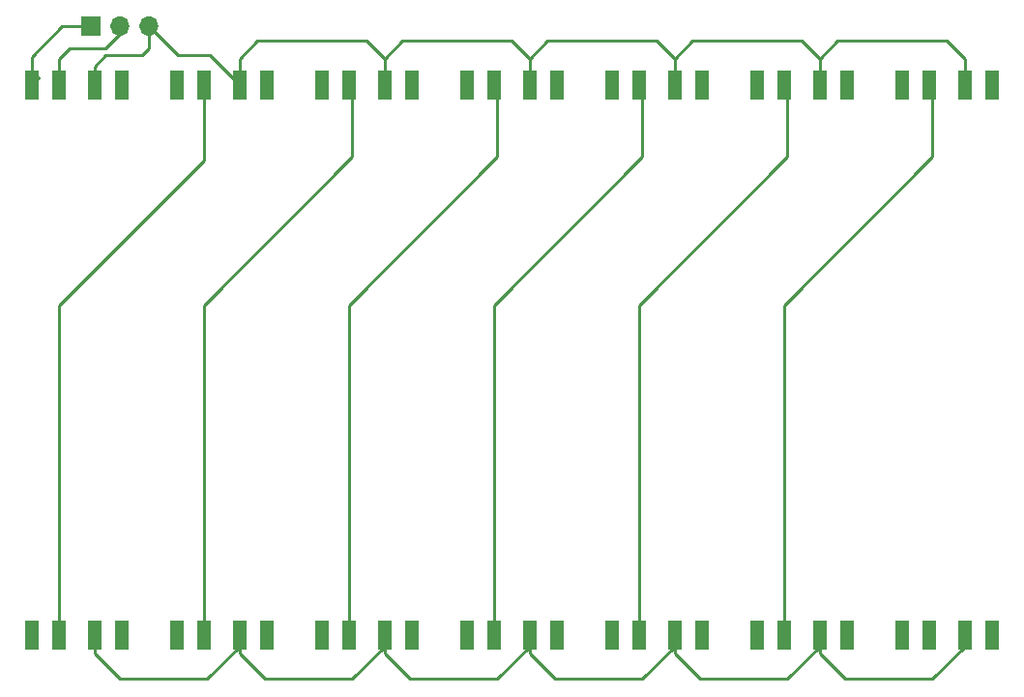
<source format=gbr>
%TF.GenerationSoftware,KiCad,Pcbnew,(6.0.1)*%
%TF.CreationDate,2022-07-14T17:05:26-04:00*%
%TF.ProjectId,Adafruit_NeoPixel_bar,41646166-7275-4697-945f-4e656f506978,rev?*%
%TF.SameCoordinates,Original*%
%TF.FileFunction,Copper,L1,Top*%
%TF.FilePolarity,Positive*%
%FSLAX46Y46*%
G04 Gerber Fmt 4.6, Leading zero omitted, Abs format (unit mm)*
G04 Created by KiCad (PCBNEW (6.0.1)) date 2022-07-14 17:05:26*
%MOMM*%
%LPD*%
G01*
G04 APERTURE LIST*
%TA.AperFunction,ComponentPad*%
%ADD10R,1.270000X2.540000*%
%TD*%
%TA.AperFunction,ComponentPad*%
%ADD11R,1.700000X1.700000*%
%TD*%
%TA.AperFunction,ComponentPad*%
%ADD12O,1.700000X1.700000*%
%TD*%
%TA.AperFunction,Conductor*%
%ADD13C,0.250000*%
%TD*%
%TA.AperFunction,Conductor*%
%ADD14C,0.254000*%
%TD*%
G04 APERTURE END LIST*
D10*
%TO.P,U1,5VDC,5VDC*%
%TO.N,+5V*%
X54890000Y-118110000D03*
X54890000Y-69900000D03*
%TO.P,U1,DIN,DIN*%
%TO.N,Net-(J1-Pad2)*%
X51790000Y-69900000D03*
%TO.P,U1,DOUT,DOUT*%
%TO.N,Net-(U1-PadDOUT)*%
X51790000Y-118110000D03*
%TO.P,U1,GND,GND*%
%TO.N,GND*%
X49403000Y-69900000D03*
X49403000Y-118060000D03*
X57277000Y-69900000D03*
X57313000Y-118110000D03*
%TD*%
%TO.P,U2,5VDC,5VDC*%
%TO.N,+5V*%
X67590000Y-69900000D03*
X67590000Y-118110000D03*
%TO.P,U2,DIN,DIN*%
%TO.N,Net-(U1-PadDOUT)*%
X64490000Y-69900000D03*
%TO.P,U2,DOUT,DOUT*%
%TO.N,Net-(U2-PadDOUT)*%
X64490000Y-118110000D03*
%TO.P,U2,GND,GND*%
%TO.N,GND*%
X69977000Y-69900000D03*
X70013000Y-118110000D03*
X62103000Y-118060000D03*
X62103000Y-69900000D03*
%TD*%
%TO.P,U7,5VDC,5VDC*%
%TO.N,+5V*%
X131090000Y-69900000D03*
X131090000Y-118110000D03*
%TO.P,U7,DIN,DIN*%
%TO.N,Net-(U6-PadDOUT)*%
X127990000Y-69900000D03*
%TO.P,U7,DOUT,DOUT*%
%TO.N,unconnected-(U7-PadDOUT)*%
X127990000Y-118110000D03*
%TO.P,U7,GND,GND*%
%TO.N,GND*%
X125603000Y-118060000D03*
X125603000Y-69900000D03*
X133513000Y-118110000D03*
X133477000Y-69900000D03*
%TD*%
D11*
%TO.P,J1,1,Pin_1*%
%TO.N,GND*%
X54625000Y-64770000D03*
D12*
%TO.P,J1,2,Pin_2*%
%TO.N,Net-(J1-Pad2)*%
X57165000Y-64770000D03*
%TO.P,J1,3,Pin_3*%
%TO.N,+5V*%
X59705000Y-64770000D03*
%TD*%
D10*
%TO.P,U6,5VDC,5VDC*%
%TO.N,+5V*%
X118390000Y-69900000D03*
X118390000Y-118110000D03*
%TO.P,U6,DIN,DIN*%
%TO.N,Net-(U5-PadDOUT)*%
X115290000Y-69900000D03*
%TO.P,U6,DOUT,DOUT*%
%TO.N,Net-(U6-PadDOUT)*%
X115290000Y-118110000D03*
%TO.P,U6,GND,GND*%
%TO.N,GND*%
X120777000Y-69900000D03*
X112903000Y-69900000D03*
X112903000Y-118060000D03*
X120813000Y-118110000D03*
%TD*%
%TO.P,U3,5VDC,5VDC*%
%TO.N,+5V*%
X80290000Y-69900000D03*
X80290000Y-118110000D03*
%TO.P,U3,DIN,DIN*%
%TO.N,Net-(U2-PadDOUT)*%
X77190000Y-69900000D03*
%TO.P,U3,DOUT,DOUT*%
%TO.N,Net-(U3-PadDOUT)*%
X77190000Y-118110000D03*
%TO.P,U3,GND,GND*%
%TO.N,GND*%
X82677000Y-69900000D03*
X74803000Y-118060000D03*
X74803000Y-69900000D03*
X82713000Y-118110000D03*
%TD*%
%TO.P,U4,5VDC,5VDC*%
%TO.N,+5V*%
X92990000Y-69900000D03*
X92990000Y-118110000D03*
%TO.P,U4,DIN,DIN*%
%TO.N,Net-(U3-PadDOUT)*%
X89890000Y-69900000D03*
%TO.P,U4,DOUT,DOUT*%
%TO.N,Net-(U4-PadDOUT)*%
X89890000Y-118110000D03*
%TO.P,U4,GND,GND*%
%TO.N,GND*%
X95413000Y-118110000D03*
X95377000Y-69900000D03*
X87503000Y-69900000D03*
X87503000Y-118060000D03*
%TD*%
%TO.P,U5,5VDC,5VDC*%
%TO.N,+5V*%
X105690000Y-69900000D03*
X105690000Y-118110000D03*
%TO.P,U5,DIN,DIN*%
%TO.N,Net-(U4-PadDOUT)*%
X102590000Y-69900000D03*
%TO.P,U5,DOUT,DOUT*%
%TO.N,Net-(U5-PadDOUT)*%
X102590000Y-118110000D03*
%TO.P,U5,GND,GND*%
%TO.N,GND*%
X100203000Y-69900000D03*
X108113000Y-118110000D03*
X108077000Y-69900000D03*
X100203000Y-118060000D03*
%TD*%
D13*
%TO.N,GND*%
X49403000Y-67437000D02*
X49403000Y-69900000D01*
X52070000Y-64770000D02*
X49403000Y-67437000D01*
X54625000Y-64770000D02*
X52070000Y-64770000D01*
D14*
X50053000Y-69250000D02*
X49403000Y-69900000D01*
D13*
%TO.N,Net-(J1-Pad2)*%
X57165000Y-65390000D02*
X57165000Y-64770000D01*
X51790000Y-67590000D02*
X52705000Y-66675000D01*
X51790000Y-69900000D02*
X51790000Y-67590000D01*
X52705000Y-66675000D02*
X55880000Y-66675000D01*
X55880000Y-66675000D02*
X57165000Y-65390000D01*
D14*
%TO.N,+5V*%
X64770000Y-121920000D02*
X67590000Y-119100000D01*
X119940000Y-66040000D02*
X129540000Y-66040000D01*
X80290000Y-119660000D02*
X82550000Y-121920000D01*
X131090000Y-119100000D02*
X131090000Y-118110000D01*
X118390000Y-119660000D02*
X120650000Y-121920000D01*
X107950000Y-121920000D02*
X115570000Y-121920000D01*
X69140000Y-66040000D02*
X78740000Y-66040000D01*
X128270000Y-121920000D02*
X131090000Y-119100000D01*
X65000000Y-67310000D02*
X67590000Y-69900000D01*
X82550000Y-121920000D02*
X90170000Y-121920000D01*
X67590000Y-119660000D02*
X69850000Y-121920000D01*
X95250000Y-121920000D02*
X102870000Y-121920000D01*
X105690000Y-67590000D02*
X107240000Y-66040000D01*
X120650000Y-121920000D02*
X128270000Y-121920000D01*
X94540000Y-66040000D02*
X104140000Y-66040000D01*
X67590000Y-67590000D02*
X69140000Y-66040000D01*
X55880000Y-67310000D02*
X59055000Y-67310000D01*
X105690000Y-119660000D02*
X107950000Y-121920000D01*
X118390000Y-67590000D02*
X118390000Y-69900000D01*
X67590000Y-118110000D02*
X67590000Y-119660000D01*
X59705000Y-64770000D02*
X62245000Y-67310000D01*
X131090000Y-67590000D02*
X131090000Y-69900000D01*
X118390000Y-118110000D02*
X118390000Y-119660000D01*
X54890000Y-118110000D02*
X54890000Y-119660000D01*
X67590000Y-119100000D02*
X67590000Y-118110000D01*
X118390000Y-119100000D02*
X118390000Y-118110000D01*
X54890000Y-119660000D02*
X57150000Y-121920000D01*
X54890000Y-69900000D02*
X54890000Y-68300000D01*
X59705000Y-66660000D02*
X59705000Y-64770000D01*
X115570000Y-121920000D02*
X118390000Y-119100000D01*
X59055000Y-67310000D02*
X59705000Y-66660000D01*
X105690000Y-118110000D02*
X105690000Y-119660000D01*
X105690000Y-67590000D02*
X105690000Y-69900000D01*
X104140000Y-66040000D02*
X105690000Y-67590000D01*
X92990000Y-119100000D02*
X92990000Y-118110000D01*
X116840000Y-66040000D02*
X118390000Y-67590000D01*
X107240000Y-66040000D02*
X116840000Y-66040000D01*
X62245000Y-67310000D02*
X65000000Y-67310000D01*
X90170000Y-121920000D02*
X92990000Y-119100000D01*
X129540000Y-66040000D02*
X131090000Y-67590000D01*
X92990000Y-118110000D02*
X92990000Y-119660000D01*
X77470000Y-121920000D02*
X80290000Y-119100000D01*
X102870000Y-121920000D02*
X105690000Y-119100000D01*
X92990000Y-67590000D02*
X94540000Y-66040000D01*
X55133000Y-69657000D02*
X54890000Y-69900000D01*
X54890000Y-68300000D02*
X55880000Y-67310000D01*
X81840000Y-66040000D02*
X91440000Y-66040000D01*
X67590000Y-69900000D02*
X67590000Y-67590000D01*
X69850000Y-121920000D02*
X77470000Y-121920000D01*
X80290000Y-67590000D02*
X81840000Y-66040000D01*
X91440000Y-66040000D02*
X92990000Y-67590000D01*
X78740000Y-66040000D02*
X80290000Y-67590000D01*
X92990000Y-67590000D02*
X92990000Y-69900000D01*
X92990000Y-119660000D02*
X95250000Y-121920000D01*
X80290000Y-119100000D02*
X80290000Y-118110000D01*
X80290000Y-118110000D02*
X80290000Y-119660000D01*
X118390000Y-67590000D02*
X119940000Y-66040000D01*
X80290000Y-67590000D02*
X80290000Y-69900000D01*
X105690000Y-119100000D02*
X105690000Y-118110000D01*
X57150000Y-121920000D02*
X64770000Y-121920000D01*
%TO.N,Net-(U1-PadDOUT)*%
X64490000Y-76480000D02*
X64490000Y-69900000D01*
X51790000Y-118110000D02*
X51790000Y-89180000D01*
X51790000Y-89180000D02*
X64490000Y-76480000D01*
%TO.N,Net-(U2-PadDOUT)*%
X64490000Y-118110000D02*
X64490000Y-89180000D01*
X77470000Y-70180000D02*
X77190000Y-69900000D01*
X77470000Y-76200000D02*
X77470000Y-70180000D01*
X64490000Y-89180000D02*
X77470000Y-76200000D01*
%TO.N,Net-(U3-PadDOUT)*%
X77190000Y-118110000D02*
X77190000Y-89180000D01*
X90170000Y-70180000D02*
X89890000Y-69900000D01*
X77190000Y-89180000D02*
X90170000Y-76200000D01*
X90170000Y-76200000D02*
X90170000Y-70180000D01*
%TO.N,Net-(U4-PadDOUT)*%
X102870000Y-76200000D02*
X102870000Y-70180000D01*
X89890000Y-89180000D02*
X102870000Y-76200000D01*
X102870000Y-70180000D02*
X102590000Y-69900000D01*
X89890000Y-118110000D02*
X89890000Y-89180000D01*
%TO.N,Net-(U5-PadDOUT)*%
X102590000Y-89180000D02*
X115570000Y-76200000D01*
X115570000Y-76200000D02*
X115570000Y-70180000D01*
X102590000Y-118110000D02*
X102590000Y-89180000D01*
X115570000Y-70180000D02*
X115290000Y-69900000D01*
%TO.N,Net-(U6-PadDOUT)*%
X128270000Y-76200000D02*
X128270000Y-70180000D01*
X128270000Y-70180000D02*
X127990000Y-69900000D01*
X115290000Y-89180000D02*
X128270000Y-76200000D01*
X115290000Y-118110000D02*
X115290000Y-89180000D01*
%TD*%
M02*

</source>
